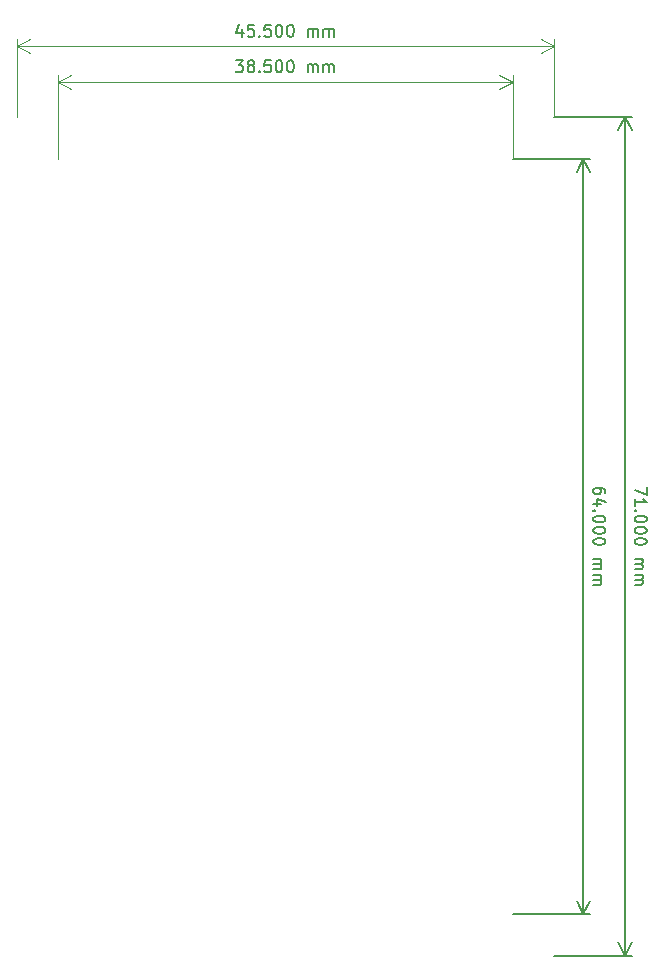
<source format=gbr>
G04 #@! TF.GenerationSoftware,KiCad,Pcbnew,(5.1.7)-1*
G04 #@! TF.CreationDate,2020-12-19T16:34:15+02:00*
G04 #@! TF.ProjectId,hp_led_switch,68705f6c-6564-45f7-9377-697463682e6b,rev?*
G04 #@! TF.SameCoordinates,Original*
G04 #@! TF.FileFunction,Other,ECO1*
%FSLAX46Y46*%
G04 Gerber Fmt 4.6, Leading zero omitted, Abs format (unit mm)*
G04 Created by KiCad (PCBNEW (5.1.7)-1) date 2020-12-19 16:34:15*
%MOMM*%
%LPD*%
G01*
G04 APERTURE LIST*
%ADD10C,0.150000*%
%ADD11C,0.120000*%
G04 APERTURE END LIST*
D10*
X173847619Y-65333333D02*
X173847619Y-65142857D01*
X173800000Y-65047619D01*
X173752380Y-65000000D01*
X173609523Y-64904761D01*
X173419047Y-64857142D01*
X173038095Y-64857142D01*
X172942857Y-64904761D01*
X172895238Y-64952380D01*
X172847619Y-65047619D01*
X172847619Y-65238095D01*
X172895238Y-65333333D01*
X172942857Y-65380952D01*
X173038095Y-65428571D01*
X173276190Y-65428571D01*
X173371428Y-65380952D01*
X173419047Y-65333333D01*
X173466666Y-65238095D01*
X173466666Y-65047619D01*
X173419047Y-64952380D01*
X173371428Y-64904761D01*
X173276190Y-64857142D01*
X173514285Y-66285714D02*
X172847619Y-66285714D01*
X173895238Y-66047619D02*
X173180952Y-65809523D01*
X173180952Y-66428571D01*
X172942857Y-66809523D02*
X172895238Y-66857142D01*
X172847619Y-66809523D01*
X172895238Y-66761904D01*
X172942857Y-66809523D01*
X172847619Y-66809523D01*
X173847619Y-67476190D02*
X173847619Y-67571428D01*
X173800000Y-67666666D01*
X173752380Y-67714285D01*
X173657142Y-67761904D01*
X173466666Y-67809523D01*
X173228571Y-67809523D01*
X173038095Y-67761904D01*
X172942857Y-67714285D01*
X172895238Y-67666666D01*
X172847619Y-67571428D01*
X172847619Y-67476190D01*
X172895238Y-67380952D01*
X172942857Y-67333333D01*
X173038095Y-67285714D01*
X173228571Y-67238095D01*
X173466666Y-67238095D01*
X173657142Y-67285714D01*
X173752380Y-67333333D01*
X173800000Y-67380952D01*
X173847619Y-67476190D01*
X173847619Y-68428571D02*
X173847619Y-68523809D01*
X173800000Y-68619047D01*
X173752380Y-68666666D01*
X173657142Y-68714285D01*
X173466666Y-68761904D01*
X173228571Y-68761904D01*
X173038095Y-68714285D01*
X172942857Y-68666666D01*
X172895238Y-68619047D01*
X172847619Y-68523809D01*
X172847619Y-68428571D01*
X172895238Y-68333333D01*
X172942857Y-68285714D01*
X173038095Y-68238095D01*
X173228571Y-68190476D01*
X173466666Y-68190476D01*
X173657142Y-68238095D01*
X173752380Y-68285714D01*
X173800000Y-68333333D01*
X173847619Y-68428571D01*
X173847619Y-69380952D02*
X173847619Y-69476190D01*
X173800000Y-69571428D01*
X173752380Y-69619047D01*
X173657142Y-69666666D01*
X173466666Y-69714285D01*
X173228571Y-69714285D01*
X173038095Y-69666666D01*
X172942857Y-69619047D01*
X172895238Y-69571428D01*
X172847619Y-69476190D01*
X172847619Y-69380952D01*
X172895238Y-69285714D01*
X172942857Y-69238095D01*
X173038095Y-69190476D01*
X173228571Y-69142857D01*
X173466666Y-69142857D01*
X173657142Y-69190476D01*
X173752380Y-69238095D01*
X173800000Y-69285714D01*
X173847619Y-69380952D01*
X172847619Y-70904761D02*
X173514285Y-70904761D01*
X173419047Y-70904761D02*
X173466666Y-70952380D01*
X173514285Y-71047619D01*
X173514285Y-71190476D01*
X173466666Y-71285714D01*
X173371428Y-71333333D01*
X172847619Y-71333333D01*
X173371428Y-71333333D02*
X173466666Y-71380952D01*
X173514285Y-71476190D01*
X173514285Y-71619047D01*
X173466666Y-71714285D01*
X173371428Y-71761904D01*
X172847619Y-71761904D01*
X172847619Y-72238095D02*
X173514285Y-72238095D01*
X173419047Y-72238095D02*
X173466666Y-72285714D01*
X173514285Y-72380952D01*
X173514285Y-72523809D01*
X173466666Y-72619047D01*
X173371428Y-72666666D01*
X172847619Y-72666666D01*
X173371428Y-72666666D02*
X173466666Y-72714285D01*
X173514285Y-72809523D01*
X173514285Y-72952380D01*
X173466666Y-73047619D01*
X173371428Y-73095238D01*
X172847619Y-73095238D01*
X172000000Y-37000000D02*
X172000000Y-101000000D01*
X166000000Y-37000000D02*
X172586421Y-37000000D01*
X166000000Y-101000000D02*
X172586421Y-101000000D01*
X172000000Y-101000000D02*
X171413579Y-99873496D01*
X172000000Y-101000000D02*
X172586421Y-99873496D01*
X172000000Y-37000000D02*
X171413579Y-38126504D01*
X172000000Y-37000000D02*
X172586421Y-38126504D01*
X177347619Y-64809523D02*
X177347619Y-65476190D01*
X176347619Y-65047619D01*
X176347619Y-66380952D02*
X176347619Y-65809523D01*
X176347619Y-66095238D02*
X177347619Y-66095238D01*
X177204761Y-66000000D01*
X177109523Y-65904761D01*
X177061904Y-65809523D01*
X176442857Y-66809523D02*
X176395238Y-66857142D01*
X176347619Y-66809523D01*
X176395238Y-66761904D01*
X176442857Y-66809523D01*
X176347619Y-66809523D01*
X177347619Y-67476190D02*
X177347619Y-67571428D01*
X177300000Y-67666666D01*
X177252380Y-67714285D01*
X177157142Y-67761904D01*
X176966666Y-67809523D01*
X176728571Y-67809523D01*
X176538095Y-67761904D01*
X176442857Y-67714285D01*
X176395238Y-67666666D01*
X176347619Y-67571428D01*
X176347619Y-67476190D01*
X176395238Y-67380952D01*
X176442857Y-67333333D01*
X176538095Y-67285714D01*
X176728571Y-67238095D01*
X176966666Y-67238095D01*
X177157142Y-67285714D01*
X177252380Y-67333333D01*
X177300000Y-67380952D01*
X177347619Y-67476190D01*
X177347619Y-68428571D02*
X177347619Y-68523809D01*
X177300000Y-68619047D01*
X177252380Y-68666666D01*
X177157142Y-68714285D01*
X176966666Y-68761904D01*
X176728571Y-68761904D01*
X176538095Y-68714285D01*
X176442857Y-68666666D01*
X176395238Y-68619047D01*
X176347619Y-68523809D01*
X176347619Y-68428571D01*
X176395238Y-68333333D01*
X176442857Y-68285714D01*
X176538095Y-68238095D01*
X176728571Y-68190476D01*
X176966666Y-68190476D01*
X177157142Y-68238095D01*
X177252380Y-68285714D01*
X177300000Y-68333333D01*
X177347619Y-68428571D01*
X177347619Y-69380952D02*
X177347619Y-69476190D01*
X177300000Y-69571428D01*
X177252380Y-69619047D01*
X177157142Y-69666666D01*
X176966666Y-69714285D01*
X176728571Y-69714285D01*
X176538095Y-69666666D01*
X176442857Y-69619047D01*
X176395238Y-69571428D01*
X176347619Y-69476190D01*
X176347619Y-69380952D01*
X176395238Y-69285714D01*
X176442857Y-69238095D01*
X176538095Y-69190476D01*
X176728571Y-69142857D01*
X176966666Y-69142857D01*
X177157142Y-69190476D01*
X177252380Y-69238095D01*
X177300000Y-69285714D01*
X177347619Y-69380952D01*
X176347619Y-70904761D02*
X177014285Y-70904761D01*
X176919047Y-70904761D02*
X176966666Y-70952380D01*
X177014285Y-71047619D01*
X177014285Y-71190476D01*
X176966666Y-71285714D01*
X176871428Y-71333333D01*
X176347619Y-71333333D01*
X176871428Y-71333333D02*
X176966666Y-71380952D01*
X177014285Y-71476190D01*
X177014285Y-71619047D01*
X176966666Y-71714285D01*
X176871428Y-71761904D01*
X176347619Y-71761904D01*
X176347619Y-72238095D02*
X177014285Y-72238095D01*
X176919047Y-72238095D02*
X176966666Y-72285714D01*
X177014285Y-72380952D01*
X177014285Y-72523809D01*
X176966666Y-72619047D01*
X176871428Y-72666666D01*
X176347619Y-72666666D01*
X176871428Y-72666666D02*
X176966666Y-72714285D01*
X177014285Y-72809523D01*
X177014285Y-72952380D01*
X176966666Y-73047619D01*
X176871428Y-73095238D01*
X176347619Y-73095238D01*
X175500000Y-33500000D02*
X175500000Y-104500000D01*
X169500000Y-33500000D02*
X176086421Y-33500000D01*
X169500000Y-104500000D02*
X176086421Y-104500000D01*
X175500000Y-104500000D02*
X174913579Y-103373496D01*
X175500000Y-104500000D02*
X176086421Y-103373496D01*
X175500000Y-33500000D02*
X174913579Y-34626504D01*
X175500000Y-33500000D02*
X176086421Y-34626504D01*
X142559523Y-28682380D02*
X143178571Y-28682380D01*
X142845238Y-29063333D01*
X142988095Y-29063333D01*
X143083333Y-29110952D01*
X143130952Y-29158571D01*
X143178571Y-29253809D01*
X143178571Y-29491904D01*
X143130952Y-29587142D01*
X143083333Y-29634761D01*
X142988095Y-29682380D01*
X142702380Y-29682380D01*
X142607142Y-29634761D01*
X142559523Y-29587142D01*
X143750000Y-29110952D02*
X143654761Y-29063333D01*
X143607142Y-29015714D01*
X143559523Y-28920476D01*
X143559523Y-28872857D01*
X143607142Y-28777619D01*
X143654761Y-28730000D01*
X143750000Y-28682380D01*
X143940476Y-28682380D01*
X144035714Y-28730000D01*
X144083333Y-28777619D01*
X144130952Y-28872857D01*
X144130952Y-28920476D01*
X144083333Y-29015714D01*
X144035714Y-29063333D01*
X143940476Y-29110952D01*
X143750000Y-29110952D01*
X143654761Y-29158571D01*
X143607142Y-29206190D01*
X143559523Y-29301428D01*
X143559523Y-29491904D01*
X143607142Y-29587142D01*
X143654761Y-29634761D01*
X143750000Y-29682380D01*
X143940476Y-29682380D01*
X144035714Y-29634761D01*
X144083333Y-29587142D01*
X144130952Y-29491904D01*
X144130952Y-29301428D01*
X144083333Y-29206190D01*
X144035714Y-29158571D01*
X143940476Y-29110952D01*
X144559523Y-29587142D02*
X144607142Y-29634761D01*
X144559523Y-29682380D01*
X144511904Y-29634761D01*
X144559523Y-29587142D01*
X144559523Y-29682380D01*
X145511904Y-28682380D02*
X145035714Y-28682380D01*
X144988095Y-29158571D01*
X145035714Y-29110952D01*
X145130952Y-29063333D01*
X145369047Y-29063333D01*
X145464285Y-29110952D01*
X145511904Y-29158571D01*
X145559523Y-29253809D01*
X145559523Y-29491904D01*
X145511904Y-29587142D01*
X145464285Y-29634761D01*
X145369047Y-29682380D01*
X145130952Y-29682380D01*
X145035714Y-29634761D01*
X144988095Y-29587142D01*
X146178571Y-28682380D02*
X146273809Y-28682380D01*
X146369047Y-28730000D01*
X146416666Y-28777619D01*
X146464285Y-28872857D01*
X146511904Y-29063333D01*
X146511904Y-29301428D01*
X146464285Y-29491904D01*
X146416666Y-29587142D01*
X146369047Y-29634761D01*
X146273809Y-29682380D01*
X146178571Y-29682380D01*
X146083333Y-29634761D01*
X146035714Y-29587142D01*
X145988095Y-29491904D01*
X145940476Y-29301428D01*
X145940476Y-29063333D01*
X145988095Y-28872857D01*
X146035714Y-28777619D01*
X146083333Y-28730000D01*
X146178571Y-28682380D01*
X147130952Y-28682380D02*
X147226190Y-28682380D01*
X147321428Y-28730000D01*
X147369047Y-28777619D01*
X147416666Y-28872857D01*
X147464285Y-29063333D01*
X147464285Y-29301428D01*
X147416666Y-29491904D01*
X147369047Y-29587142D01*
X147321428Y-29634761D01*
X147226190Y-29682380D01*
X147130952Y-29682380D01*
X147035714Y-29634761D01*
X146988095Y-29587142D01*
X146940476Y-29491904D01*
X146892857Y-29301428D01*
X146892857Y-29063333D01*
X146940476Y-28872857D01*
X146988095Y-28777619D01*
X147035714Y-28730000D01*
X147130952Y-28682380D01*
X148654761Y-29682380D02*
X148654761Y-29015714D01*
X148654761Y-29110952D02*
X148702380Y-29063333D01*
X148797619Y-29015714D01*
X148940476Y-29015714D01*
X149035714Y-29063333D01*
X149083333Y-29158571D01*
X149083333Y-29682380D01*
X149083333Y-29158571D02*
X149130952Y-29063333D01*
X149226190Y-29015714D01*
X149369047Y-29015714D01*
X149464285Y-29063333D01*
X149511904Y-29158571D01*
X149511904Y-29682380D01*
X149988095Y-29682380D02*
X149988095Y-29015714D01*
X149988095Y-29110952D02*
X150035714Y-29063333D01*
X150130952Y-29015714D01*
X150273809Y-29015714D01*
X150369047Y-29063333D01*
X150416666Y-29158571D01*
X150416666Y-29682380D01*
X150416666Y-29158571D02*
X150464285Y-29063333D01*
X150559523Y-29015714D01*
X150702380Y-29015714D01*
X150797619Y-29063333D01*
X150845238Y-29158571D01*
X150845238Y-29682380D01*
D11*
X127500000Y-30500000D02*
X166000000Y-30500000D01*
X127500000Y-37000000D02*
X127500000Y-29913579D01*
X166000000Y-37000000D02*
X166000000Y-29913579D01*
X166000000Y-30500000D02*
X164873496Y-31086421D01*
X166000000Y-30500000D02*
X164873496Y-29913579D01*
X127500000Y-30500000D02*
X128626504Y-31086421D01*
X127500000Y-30500000D02*
X128626504Y-29913579D01*
D10*
X143083333Y-26015714D02*
X143083333Y-26682380D01*
X142845238Y-25634761D02*
X142607142Y-26349047D01*
X143226190Y-26349047D01*
X144083333Y-25682380D02*
X143607142Y-25682380D01*
X143559523Y-26158571D01*
X143607142Y-26110952D01*
X143702380Y-26063333D01*
X143940476Y-26063333D01*
X144035714Y-26110952D01*
X144083333Y-26158571D01*
X144130952Y-26253809D01*
X144130952Y-26491904D01*
X144083333Y-26587142D01*
X144035714Y-26634761D01*
X143940476Y-26682380D01*
X143702380Y-26682380D01*
X143607142Y-26634761D01*
X143559523Y-26587142D01*
X144559523Y-26587142D02*
X144607142Y-26634761D01*
X144559523Y-26682380D01*
X144511904Y-26634761D01*
X144559523Y-26587142D01*
X144559523Y-26682380D01*
X145511904Y-25682380D02*
X145035714Y-25682380D01*
X144988095Y-26158571D01*
X145035714Y-26110952D01*
X145130952Y-26063333D01*
X145369047Y-26063333D01*
X145464285Y-26110952D01*
X145511904Y-26158571D01*
X145559523Y-26253809D01*
X145559523Y-26491904D01*
X145511904Y-26587142D01*
X145464285Y-26634761D01*
X145369047Y-26682380D01*
X145130952Y-26682380D01*
X145035714Y-26634761D01*
X144988095Y-26587142D01*
X146178571Y-25682380D02*
X146273809Y-25682380D01*
X146369047Y-25730000D01*
X146416666Y-25777619D01*
X146464285Y-25872857D01*
X146511904Y-26063333D01*
X146511904Y-26301428D01*
X146464285Y-26491904D01*
X146416666Y-26587142D01*
X146369047Y-26634761D01*
X146273809Y-26682380D01*
X146178571Y-26682380D01*
X146083333Y-26634761D01*
X146035714Y-26587142D01*
X145988095Y-26491904D01*
X145940476Y-26301428D01*
X145940476Y-26063333D01*
X145988095Y-25872857D01*
X146035714Y-25777619D01*
X146083333Y-25730000D01*
X146178571Y-25682380D01*
X147130952Y-25682380D02*
X147226190Y-25682380D01*
X147321428Y-25730000D01*
X147369047Y-25777619D01*
X147416666Y-25872857D01*
X147464285Y-26063333D01*
X147464285Y-26301428D01*
X147416666Y-26491904D01*
X147369047Y-26587142D01*
X147321428Y-26634761D01*
X147226190Y-26682380D01*
X147130952Y-26682380D01*
X147035714Y-26634761D01*
X146988095Y-26587142D01*
X146940476Y-26491904D01*
X146892857Y-26301428D01*
X146892857Y-26063333D01*
X146940476Y-25872857D01*
X146988095Y-25777619D01*
X147035714Y-25730000D01*
X147130952Y-25682380D01*
X148654761Y-26682380D02*
X148654761Y-26015714D01*
X148654761Y-26110952D02*
X148702380Y-26063333D01*
X148797619Y-26015714D01*
X148940476Y-26015714D01*
X149035714Y-26063333D01*
X149083333Y-26158571D01*
X149083333Y-26682380D01*
X149083333Y-26158571D02*
X149130952Y-26063333D01*
X149226190Y-26015714D01*
X149369047Y-26015714D01*
X149464285Y-26063333D01*
X149511904Y-26158571D01*
X149511904Y-26682380D01*
X149988095Y-26682380D02*
X149988095Y-26015714D01*
X149988095Y-26110952D02*
X150035714Y-26063333D01*
X150130952Y-26015714D01*
X150273809Y-26015714D01*
X150369047Y-26063333D01*
X150416666Y-26158571D01*
X150416666Y-26682380D01*
X150416666Y-26158571D02*
X150464285Y-26063333D01*
X150559523Y-26015714D01*
X150702380Y-26015714D01*
X150797619Y-26063333D01*
X150845238Y-26158571D01*
X150845238Y-26682380D01*
D11*
X124000000Y-27500000D02*
X169500000Y-27500000D01*
X124000000Y-33500000D02*
X124000000Y-26913579D01*
X169500000Y-33500000D02*
X169500000Y-26913579D01*
X169500000Y-27500000D02*
X168373496Y-28086421D01*
X169500000Y-27500000D02*
X168373496Y-26913579D01*
X124000000Y-27500000D02*
X125126504Y-28086421D01*
X124000000Y-27500000D02*
X125126504Y-26913579D01*
M02*

</source>
